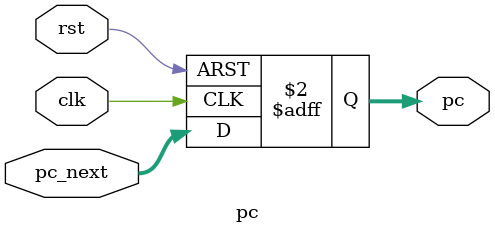
<source format=sv>

module pc
    #(
        parameter PC_WIDTH = 8
    ) (
        input  logic clk, // system clock
        input  logic rst, // active high reset
        input  logic [PC_WIDTH-1:0] pc_next, // next pc address
        output logic [PC_WIDTH-1:0] pc       // current pc address
    );

    always_ff @(posedge clk or posedge rst)
        if (rst)
            pc = 0;
        else
            pc = pc_next;

endmodule
</source>
